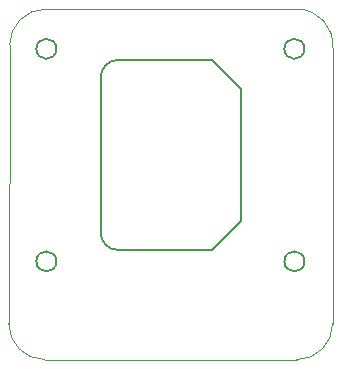
<source format=gbr>
%TF.GenerationSoftware,KiCad,Pcbnew,(6.0.7)*%
%TF.CreationDate,2022-11-28T19:40:44-08:00*%
%TF.ProjectId,as01808ao-enclosure,61733031-3830-4386-916f-2d656e636c6f,rev?*%
%TF.SameCoordinates,Original*%
%TF.FileFunction,Profile,NP*%
%FSLAX46Y46*%
G04 Gerber Fmt 4.6, Leading zero omitted, Abs format (unit mm)*
G04 Created by KiCad (PCBNEW (6.0.7)) date 2022-11-28 19:40:44*
%MOMM*%
%LPD*%
G01*
G04 APERTURE LIST*
%TA.AperFunction,Profile*%
%ADD10C,0.200000*%
%TD*%
%TA.AperFunction,Profile*%
%ADD11C,0.100000*%
%TD*%
G04 APERTURE END LIST*
D10*
X158393000Y-84836000D02*
X158393000Y-97936000D01*
D11*
X178056892Y-82296219D02*
G75*
G03*
X175028534Y-79029634I-3028391J229510D01*
G01*
D10*
X175652800Y-100397600D02*
G75*
G03*
X175652800Y-100397600I-850000J0D01*
G01*
X158393000Y-97936000D02*
G75*
G03*
X159893000Y-99436000I1500000J0D01*
G01*
D11*
X175006000Y-108712000D02*
G75*
G03*
X178054000Y-105664000I0J3048000D01*
G01*
D10*
X154652800Y-100397600D02*
G75*
G03*
X154652800Y-100397600I-850000J0D01*
G01*
D11*
X178054000Y-105664000D02*
X178054000Y-82296000D01*
D10*
X167850669Y-99436000D02*
X159893000Y-99436000D01*
X170293000Y-85778330D02*
X167850669Y-83336000D01*
D11*
X153741401Y-79029634D02*
G75*
G03*
X150693401Y-82077634I0J-3048000D01*
G01*
X150693401Y-82077634D02*
X150618261Y-105664000D01*
X153741401Y-79029634D02*
X175028534Y-79029634D01*
D10*
X167850669Y-99436000D02*
X170293000Y-96993669D01*
X167850669Y-83336000D02*
X159893000Y-83336000D01*
D11*
X153666261Y-108712000D02*
X175006000Y-108712000D01*
X150618300Y-105664000D02*
G75*
G03*
X153666261Y-108712000I3048000J0D01*
G01*
D10*
X154652800Y-82397600D02*
G75*
G03*
X154652800Y-82397600I-850000J0D01*
G01*
X170293000Y-96993669D02*
X170293000Y-85778330D01*
X159893000Y-83336000D02*
G75*
G03*
X158393000Y-84836000I0J-1500000D01*
G01*
X175652800Y-82397600D02*
G75*
G03*
X175652800Y-82397600I-850000J0D01*
G01*
M02*

</source>
